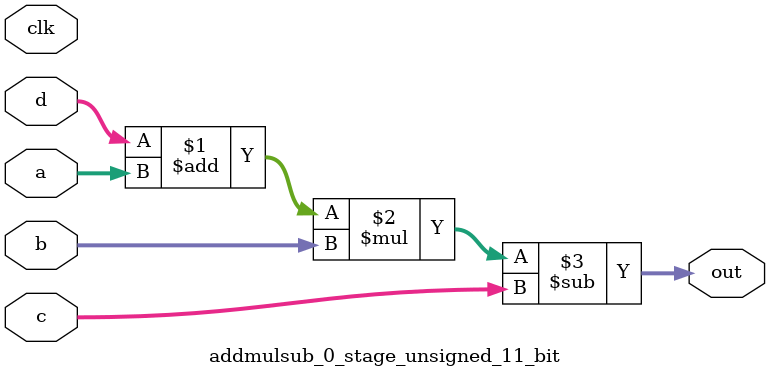
<source format=sv>
(* use_dsp = "yes" *) module addmulsub_0_stage_unsigned_11_bit(
	input  [10:0] a,
	input  [10:0] b,
	input  [10:0] c,
	input  [10:0] d,
	output [10:0] out,
	input clk);

	assign out = ((d + a) * b) - c;
endmodule

</source>
